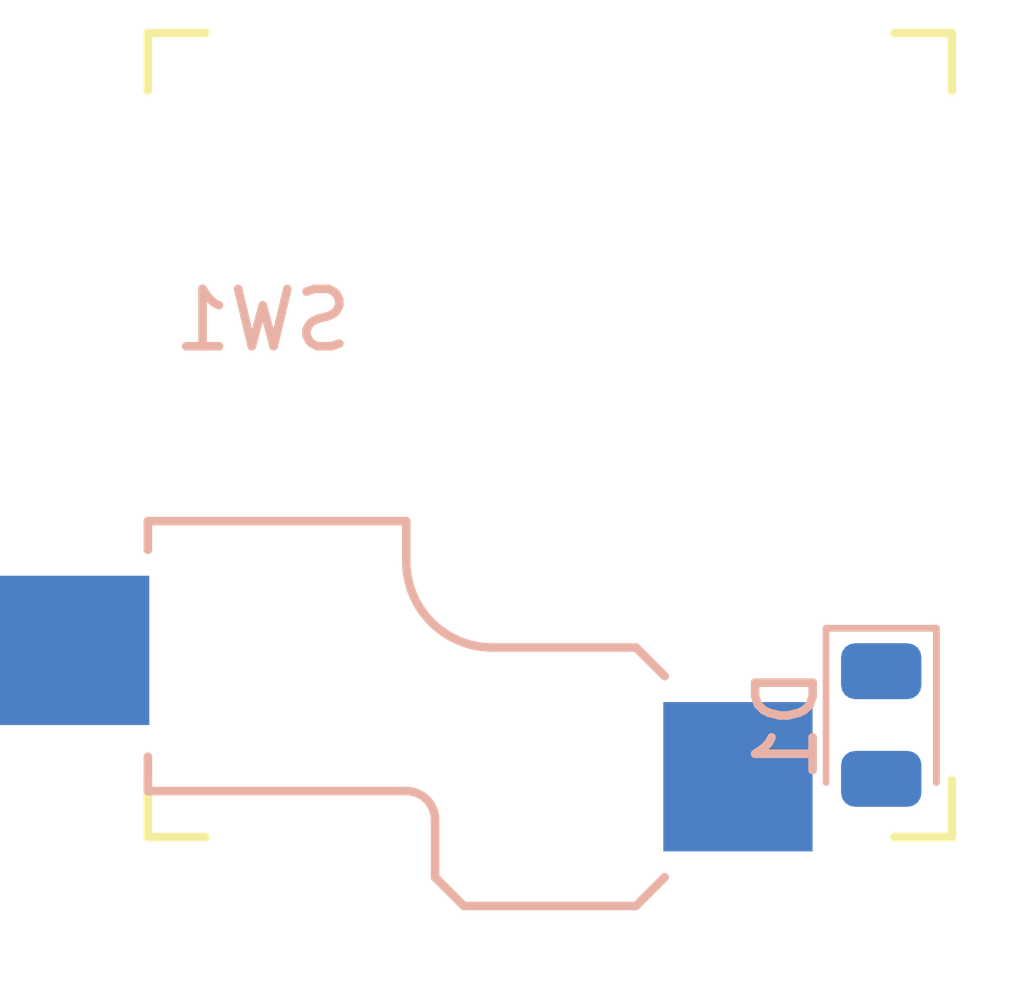
<source format=kicad_pcb>
(kicad_pcb (version 20241229) (generator "pcbnew") (generator_version "9.0")
  (layers (0 "F.Cu" signal) (2 "B.Cu" signal) (13 "F.Paste" user) (15 "B.Paste" user) (5 "F.SilkS" user "F.Silkscreen") (7 "B.SilkS" user "B.Silkscreen") (1 "F.Mask" user) (3 "B.Mask" user) (25 "Edge.Cuts" user))
  (net 0 "")
  (net 1 "Net-(D1-A)")
  (net 2 "COL1")
  (net 3 "ROW1")
  (footprint "keyswitches.pretty-master:Kailh_socket_PG1350" (layer "F.Cu") (at 0 0)
    (property "Reference" "SW1" (at -5 -2 0) (layer "B.SilkS") (effects (justify mirror)))
    (property "Value" "Switch")
    (fp_line (start -7 -6) (end -7 -7) (stroke (width 0.15)) (layer "F.SilkS"))
    (fp_line (start -7 7) (end -7 6) (stroke (width 0.15)) (layer "F.SilkS"))
    (fp_line (start -7 7) (end -6 7) (stroke (width 0.15)) (layer "F.SilkS"))
    (fp_line (start -6 -7) (end -7 -7) (stroke (width 0.15)) (layer "F.SilkS"))
    (fp_line (start 6 7) (end 7 7) (stroke (width 0.15)) (layer "F.SilkS"))
    (fp_line (start 7 -7) (end 6 -7) (stroke (width 0.15)) (layer "F.SilkS"))
    (fp_line (start 7 -7) (end 7 -6) (stroke (width 0.15)) (layer "F.SilkS"))
    (fp_line (start 7 6) (end 7 7) (stroke (width 0.15)) (layer "F.SilkS"))
    (fp_line (start 7 7) (end 6 7) (stroke (width 0.15)) (layer "F.SilkS"))
    (fp_line (start -7 1.5) (end -7 2) (stroke (width 0.15)) (layer "B.SilkS"))
    (fp_line (start -7 5.6) (end -7 6.2) (stroke (width 0.15)) (layer "B.SilkS"))
    (fp_line (start -7 6.2) (end -2.5 6.2) (stroke (width 0.15)) (layer "B.SilkS"))
    (fp_line (start -2.5 1.5) (end -7 1.5) (stroke (width 0.15)) (layer "B.SilkS"))
    (fp_line (start -2.5 2.2) (end -2.5 1.5) (stroke (width 0.15)) (layer "B.SilkS"))
    (fp_line (start -2 6.7) (end -2 7.7) (stroke (width 0.15)) (layer "B.SilkS"))
    (fp_line (start -1.5 8.2) (end -2 7.7) (stroke (width 0.15)) (layer "B.SilkS"))
    (fp_line (start 1.5 3.7) (end -1 3.7) (stroke (width 0.15)) (layer "B.SilkS"))
    (fp_line (start 1.5 8.2) (end -1.5 8.2) (stroke (width 0.15)) (layer "B.SilkS"))
    (fp_line (start 2 4.2) (end 1.5 3.7) (stroke (width 0.15)) (layer "B.SilkS"))
    (fp_line (start 2 7.7) (end 1.5 8.2) (stroke (width 0.15)) (layer "B.SilkS"))
    (fp_arc (start -2.5 6.2) (mid -2.146447 6.346447) (end -2 6.7) (stroke (width 0.15)) (layer "B.SilkS"))
    (fp_arc (start -1 3.7) (mid -2.06066 3.26066) (end -2.5 2.2) (stroke (width 0.15)) (layer "B.SilkS"))
    (pad "" np_thru_hole circle (at -5.5 0) (size 1.7018 1.7018) (drill 1.7018) (layers "*.Cu" "*.Mask"))
    (pad "" np_thru_hole circle (at -5 3.75) (size 3 3) (drill 3) (layers "*.Cu" "*.Mask"))
    (pad "" np_thru_hole circle (at 0 0) (size 3.429 3.429) (drill 3.429) (layers "*.Cu" "*.Mask"))
    (pad "" np_thru_hole circle (at 0 5.95) (size 3 3) (drill 3) (layers "*.Cu" "*.Mask"))
    (pad "" np_thru_hole circle (at 5.22 -4.2) (size 0.9906 0.9906) (drill 0.9906) (layers "*.Cu" "*.Mask"))
    (pad "" np_thru_hole circle (at 5.5 0) (size 1.7018 1.7018) (drill 1.7018) (layers "*.Cu" "*.Mask"))
    (pad "1" smd rect (at 3.275 5.95) (size 2.6 2.6) (layers "B.Cu" "B.Mask" "B.Paste") (net 1 "Net-(D1-A)"))
    (pad "2" smd rect (at -8.275 3.75) (size 2.6 2.6) (layers "B.Cu" "B.Mask" "B.Paste") (net 2 "COL1"))
  )
  (footprint "Diode_SMD:D_0805_2012Metric" (layer "B.Cu") (at 5.77 5.05 -90)
    (property "Reference" "D1" (at 0 1.65 90) (layer "B.SilkS") (effects (justify mirror)))
    (property "Value" "Diode")
    (fp_line (start -1.685 0.96) (end -1.685 -0.96) (stroke (width 0.12)) (layer "B.SilkS"))
    (fp_line (start 1 0.96) (end -1.685 0.96) (stroke (width 0.12)) (layer "B.SilkS"))
    (fp_line (start -1.685 -0.96) (end 1 -0.96) (stroke (width 0.12)) (layer "B.SilkS"))
    (pad "1" smd roundrect (at -0.9375 0 270) (size 0.975 1.4) (layers "B.Cu" "B.Mask" "B.Paste") (net 3 "ROW1"))
    (pad "2" smd roundrect (at 0.9375 0 270) (size 0.975 1.4) (layers "B.Cu" "B.Mask" "B.Paste") (net 1 "Net-(D1-A)"))
  )
)
</source>
